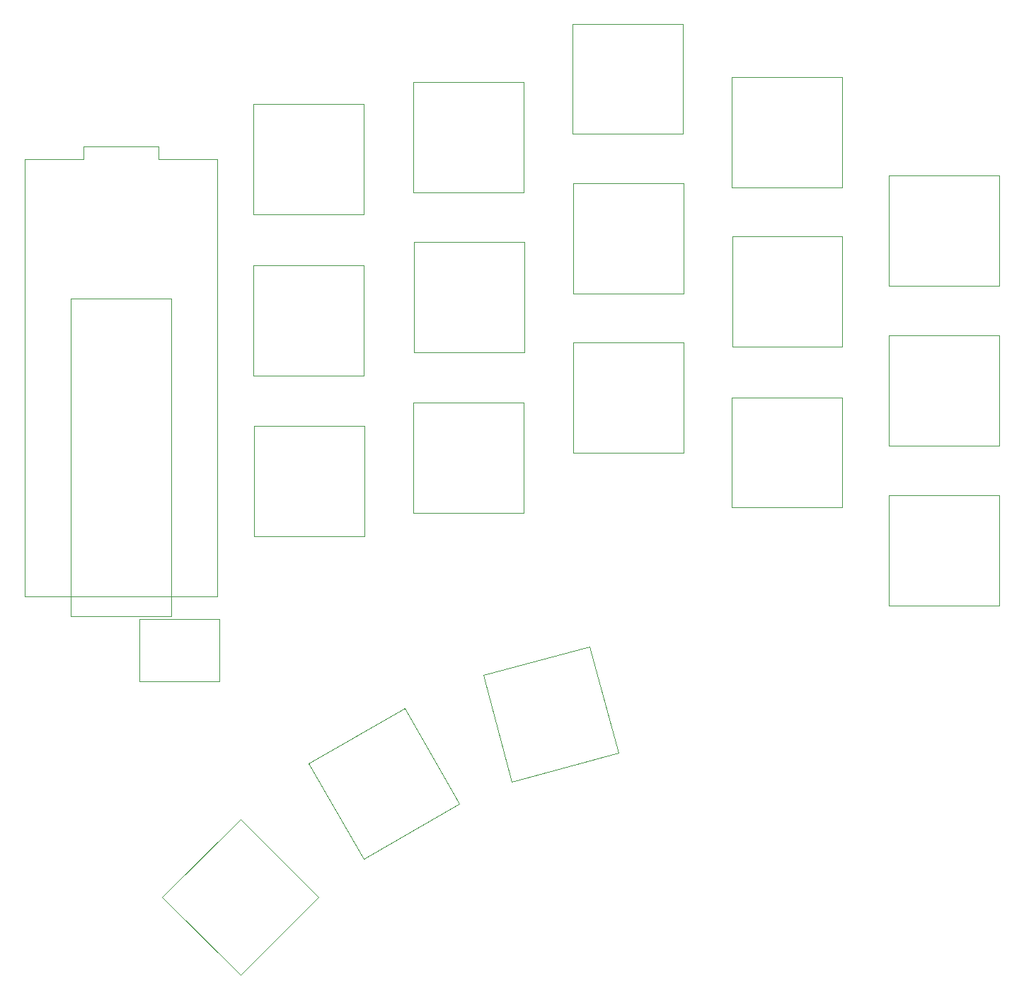
<source format=gbr>
%TF.GenerationSoftware,KiCad,Pcbnew,9.0.2-9.0.2-0~ubuntu24.04.1*%
%TF.CreationDate,2025-07-03T20:15:33-04:00*%
%TF.ProjectId,custom_Hackboard,63757374-6f6d-45f4-9861-636b626f6172,rev?*%
%TF.SameCoordinates,Original*%
%TF.FileFunction,Other,User*%
%FSLAX46Y46*%
G04 Gerber Fmt 4.6, Leading zero omitted, Abs format (unit mm)*
G04 Created by KiCad (PCBNEW 9.0.2-9.0.2-0~ubuntu24.04.1) date 2025-07-03 20:15:33*
%MOMM*%
%LPD*%
G01*
G04 APERTURE LIST*
%ADD10C,0.050000*%
%ADD11C,0.040000*%
G04 APERTURE END LIST*
D10*
%TO.C,SW13*%
X469980000Y-291700000D02*
X483180000Y-291700000D01*
X469980000Y-304900000D02*
X469980000Y-291700000D01*
X483180000Y-291700000D02*
X483180000Y-304900000D01*
X483180000Y-304900000D02*
X469980000Y-304900000D01*
%TO.C,SW7*%
X469900000Y-272500000D02*
X483100000Y-272500000D01*
X469900000Y-285700000D02*
X469900000Y-272500000D01*
X483100000Y-272500000D02*
X483100000Y-285700000D01*
X483100000Y-285700000D02*
X469900000Y-285700000D01*
%TO.C,SW4*%
X527160000Y-249980000D02*
X540360000Y-249980000D01*
X527160000Y-263180000D02*
X527160000Y-249980000D01*
X540360000Y-249980000D02*
X540360000Y-263180000D01*
X540360000Y-263180000D02*
X527160000Y-263180000D01*
%TO.C,SW17*%
X545970000Y-300030000D02*
X559170000Y-300030000D01*
X545970000Y-313230000D02*
X545970000Y-300030000D01*
X559170000Y-300030000D02*
X559170000Y-313230000D01*
X559170000Y-313230000D02*
X545970000Y-313230000D01*
%TO.C,SW9*%
X508160000Y-262680000D02*
X521360000Y-262680000D01*
X508160000Y-275880000D02*
X508160000Y-262680000D01*
X521360000Y-262680000D02*
X521360000Y-275880000D01*
X521360000Y-275880000D02*
X508160000Y-275880000D01*
%TO.C,SW3*%
X508140000Y-243590000D02*
X521340000Y-243590000D01*
X508140000Y-256790000D02*
X508140000Y-243590000D01*
X521340000Y-243590000D02*
X521340000Y-256790000D01*
X521340000Y-256790000D02*
X508140000Y-256790000D01*
%TO.C,SW15*%
X508170000Y-281730000D02*
X521370000Y-281730000D01*
X508170000Y-294930000D02*
X508170000Y-281730000D01*
X521370000Y-281730000D02*
X521370000Y-294930000D01*
X521370000Y-294930000D02*
X508170000Y-294930000D01*
%TO.C,SW14*%
X489030000Y-288900000D02*
X502230000Y-288900000D01*
X489030000Y-302100000D02*
X489030000Y-288900000D01*
X502230000Y-288900000D02*
X502230000Y-302100000D01*
X502230000Y-302100000D02*
X489030000Y-302100000D01*
%TO.C,SW6*%
X459036242Y-348090054D02*
X468370051Y-338756244D01*
X468370051Y-357423863D02*
X459036242Y-348090054D01*
X468370051Y-338756244D02*
X477703861Y-348090054D01*
X477703861Y-348090054D02*
X468370051Y-357423863D01*
%TO.C,Reset*%
X456320000Y-314820000D02*
X456570000Y-314820000D01*
X456320000Y-315070000D02*
X456320000Y-314820000D01*
X456320000Y-322070000D02*
X456320000Y-315070000D01*
X456320000Y-322070000D02*
X456320000Y-322320000D01*
X456320000Y-322320000D02*
X456570000Y-322320000D01*
X456570000Y-314820000D02*
X465570000Y-314820000D01*
X465570000Y-314820000D02*
X465820000Y-314820000D01*
X465570000Y-322320000D02*
X456570000Y-322320000D01*
X465570000Y-322320000D02*
X465820000Y-322320000D01*
X465820000Y-314820000D02*
X465820000Y-315070000D01*
X465820000Y-315070000D02*
X465820000Y-322070000D01*
X465820000Y-322320000D02*
X465820000Y-322070000D01*
%TO.C,SW2*%
X489040000Y-250590000D02*
X502240000Y-250590000D01*
X489040000Y-263790000D02*
X489040000Y-250590000D01*
X502240000Y-250590000D02*
X502240000Y-263790000D01*
X502240000Y-263790000D02*
X489040000Y-263790000D01*
%TO.C,SW11*%
X545970000Y-280920000D02*
X559170000Y-280920000D01*
X545970000Y-294120000D02*
X545970000Y-280920000D01*
X559170000Y-280920000D02*
X559170000Y-294120000D01*
X559170000Y-294120000D02*
X545970000Y-294120000D01*
%TO.C,A1*%
X458590000Y-259790000D02*
X465630000Y-259790000D01*
X465630000Y-312090000D01*
X442550000Y-312090000D01*
X442550000Y-259790000D01*
X449590000Y-259790000D01*
X449590000Y-258240000D01*
X458590000Y-258240000D01*
X458590000Y-259790000D01*
%TO.C,SW1*%
X469950000Y-253200000D02*
X483150000Y-253200000D01*
X469950000Y-266400000D02*
X469950000Y-253200000D01*
X483150000Y-253200000D02*
X483150000Y-266400000D01*
X483150000Y-266400000D02*
X469950000Y-266400000D01*
%TO.C,SW5*%
X545980000Y-261780000D02*
X559180000Y-261780000D01*
X545980000Y-274980000D02*
X545980000Y-261780000D01*
X559180000Y-261780000D02*
X559180000Y-274980000D01*
X559180000Y-274980000D02*
X545980000Y-274980000D01*
D11*
%TO.C,J1*%
X448110000Y-314460000D02*
X460110000Y-314460000D01*
X448110000Y-276460000D02*
X448110000Y-314460000D01*
X460110000Y-276460000D02*
X448110000Y-276460000D01*
X460110000Y-314460000D02*
X460110000Y-276460000D01*
D10*
%TO.C,SW18*%
X497426733Y-321533099D02*
X510176954Y-318116687D01*
X500843144Y-334283320D02*
X497426733Y-321533099D01*
X510176954Y-318116687D02*
X513593365Y-330866908D01*
X513593365Y-330866908D02*
X500843144Y-334283320D01*
%TO.C,SW10*%
X527200000Y-269040000D02*
X540400000Y-269040000D01*
X527200000Y-282240000D02*
X527200000Y-269040000D01*
X540400000Y-269040000D02*
X540400000Y-282240000D01*
X540400000Y-282240000D02*
X527200000Y-282240000D01*
%TO.C,SW8*%
X489110000Y-269690000D02*
X502310000Y-269690000D01*
X489110000Y-282890000D02*
X489110000Y-269690000D01*
X502310000Y-269690000D02*
X502310000Y-282890000D01*
X502310000Y-282890000D02*
X489110000Y-282890000D01*
%TO.C,SW16*%
X527190000Y-288290000D02*
X540390000Y-288290000D01*
X527190000Y-301490000D02*
X527190000Y-288290000D01*
X540390000Y-288290000D02*
X540390000Y-301490000D01*
X540390000Y-301490000D02*
X527190000Y-301490000D01*
%TO.C,SW12*%
X476564228Y-332084241D02*
X487995763Y-325484241D01*
X483164228Y-343515777D02*
X476564228Y-332084241D01*
X487995763Y-325484241D02*
X494595763Y-336915777D01*
X494595763Y-336915777D02*
X483164228Y-343515777D01*
%TD*%
M02*

</source>
